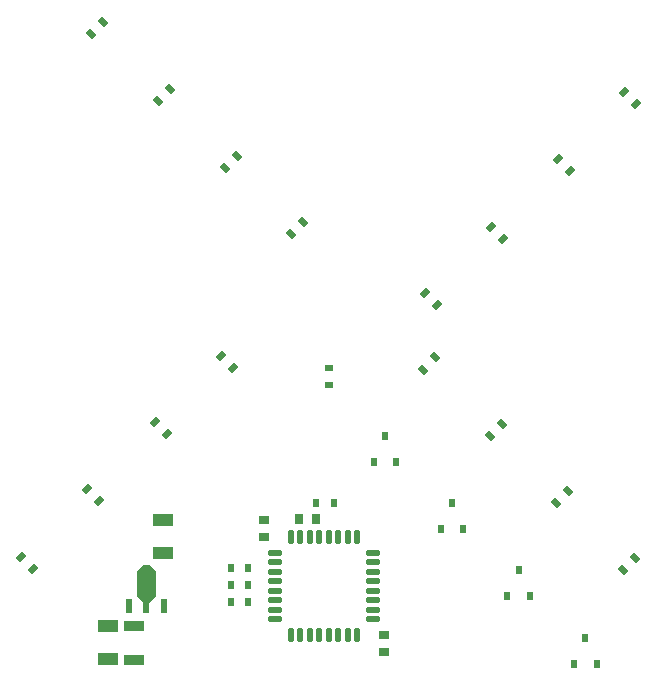
<source format=gbr>
%TF.GenerationSoftware,Altium Limited,Altium Designer,20.1.8 (145)*%
G04 Layer_Color=128*
%FSLAX45Y45*%
%MOMM*%
%TF.SameCoordinates,793C4F5F-A07E-474B-A886-B682DA88F124*%
%TF.FilePolarity,Positive*%
%TF.FileFunction,Paste,Bot*%
%TF.Part,Single*%
G01*
G75*
%TA.AperFunction,SMDPad,CuDef*%
%ADD24R,0.60000X0.80000*%
G04:AMPARAMS|DCode=25|XSize=1.65mm|YSize=0.95mm|CornerRadius=0.00475mm|HoleSize=0mm|Usage=FLASHONLY|Rotation=180.000|XOffset=0mm|YOffset=0mm|HoleType=Round|Shape=RoundedRectangle|*
%AMROUNDEDRECTD25*
21,1,1.65000,0.94050,0,0,180.0*
21,1,1.64050,0.95000,0,0,180.0*
1,1,0.00950,-0.82025,0.47025*
1,1,0.00950,0.82025,0.47025*
1,1,0.00950,0.82025,-0.47025*
1,1,0.00950,-0.82025,-0.47025*
%
%ADD25ROUNDEDRECTD25*%
%ADD26O,1.25000X0.50000*%
%ADD27O,0.50000X1.25000*%
G04:AMPARAMS|DCode=28|XSize=0.75mm|YSize=0.55mm|CornerRadius=0.00275mm|HoleSize=0mm|Usage=FLASHONLY|Rotation=135.000|XOffset=0mm|YOffset=0mm|HoleType=Round|Shape=RoundedRectangle|*
%AMROUNDEDRECTD28*
21,1,0.75000,0.54450,0,0,135.0*
21,1,0.74450,0.55000,0,0,135.0*
1,1,0.00550,-0.07071,0.45573*
1,1,0.00550,0.45573,-0.07071*
1,1,0.00550,0.07071,-0.45573*
1,1,0.00550,-0.45573,0.07071*
%
%ADD28ROUNDEDRECTD28*%
G04:AMPARAMS|DCode=29|XSize=0.75mm|YSize=0.55mm|CornerRadius=0.00275mm|HoleSize=0mm|Usage=FLASHONLY|Rotation=225.000|XOffset=0mm|YOffset=0mm|HoleType=Round|Shape=RoundedRectangle|*
%AMROUNDEDRECTD29*
21,1,0.75000,0.54450,0,0,225.0*
21,1,0.74450,0.55000,0,0,225.0*
1,1,0.00550,-0.45573,-0.07071*
1,1,0.00550,0.07071,0.45573*
1,1,0.00550,0.45573,0.07071*
1,1,0.00550,-0.07071,-0.45573*
%
%ADD29ROUNDEDRECTD29*%
G04:AMPARAMS|DCode=30|XSize=0.5mm|YSize=1.2mm|CornerRadius=0.0025mm|HoleSize=0mm|Usage=FLASHONLY|Rotation=0.000|XOffset=0mm|YOffset=0mm|HoleType=Round|Shape=RoundedRectangle|*
%AMROUNDEDRECTD30*
21,1,0.50000,1.19500,0,0,0.0*
21,1,0.49500,1.20000,0,0,0.0*
1,1,0.00500,0.24750,-0.59750*
1,1,0.00500,-0.24750,-0.59750*
1,1,0.00500,-0.24750,0.59750*
1,1,0.00500,0.24750,0.59750*
%
%ADD30ROUNDEDRECTD30*%
G04:AMPARAMS|DCode=31|XSize=0.5mm|YSize=0.9mm|CornerRadius=0.0025mm|HoleSize=0mm|Usage=FLASHONLY|Rotation=0.000|XOffset=0mm|YOffset=0mm|HoleType=Round|Shape=RoundedRectangle|*
%AMROUNDEDRECTD31*
21,1,0.50000,0.89500,0,0,0.0*
21,1,0.49500,0.90000,0,0,0.0*
1,1,0.00500,0.24750,-0.44750*
1,1,0.00500,-0.24750,-0.44750*
1,1,0.00500,-0.24750,0.44750*
1,1,0.00500,0.24750,0.44750*
%
%ADD31ROUNDEDRECTD31*%
G04:AMPARAMS|DCode=32|XSize=0.75mm|YSize=0.55mm|CornerRadius=0.00275mm|HoleSize=0mm|Usage=FLASHONLY|Rotation=0.000|XOffset=0mm|YOffset=0mm|HoleType=Round|Shape=RoundedRectangle|*
%AMROUNDEDRECTD32*
21,1,0.75000,0.54450,0,0,0.0*
21,1,0.74450,0.55000,0,0,0.0*
1,1,0.00550,0.37225,-0.27225*
1,1,0.00550,-0.37225,-0.27225*
1,1,0.00550,-0.37225,0.27225*
1,1,0.00550,0.37225,0.27225*
%
%ADD32ROUNDEDRECTD32*%
G04:AMPARAMS|DCode=33|XSize=0.75mm|YSize=0.55mm|CornerRadius=0.00275mm|HoleSize=0mm|Usage=FLASHONLY|Rotation=270.000|XOffset=0mm|YOffset=0mm|HoleType=Round|Shape=RoundedRectangle|*
%AMROUNDEDRECTD33*
21,1,0.75000,0.54450,0,0,270.0*
21,1,0.74450,0.55000,0,0,270.0*
1,1,0.00550,-0.27225,-0.37225*
1,1,0.00550,-0.27225,0.37225*
1,1,0.00550,0.27225,0.37225*
1,1,0.00550,0.27225,-0.37225*
%
%ADD33ROUNDEDRECTD33*%
G04:AMPARAMS|DCode=34|XSize=0.85mm|YSize=0.6mm|CornerRadius=0.003mm|HoleSize=0mm|Usage=FLASHONLY|Rotation=0.000|XOffset=0mm|YOffset=0mm|HoleType=Round|Shape=RoundedRectangle|*
%AMROUNDEDRECTD34*
21,1,0.85000,0.59400,0,0,0.0*
21,1,0.84400,0.60000,0,0,0.0*
1,1,0.00600,0.42200,-0.29700*
1,1,0.00600,-0.42200,-0.29700*
1,1,0.00600,-0.42200,0.29700*
1,1,0.00600,0.42200,0.29700*
%
%ADD34ROUNDEDRECTD34*%
G04:AMPARAMS|DCode=35|XSize=0.85mm|YSize=0.6mm|CornerRadius=0.003mm|HoleSize=0mm|Usage=FLASHONLY|Rotation=270.000|XOffset=0mm|YOffset=0mm|HoleType=Round|Shape=RoundedRectangle|*
%AMROUNDEDRECTD35*
21,1,0.85000,0.59400,0,0,270.0*
21,1,0.84400,0.60000,0,0,270.0*
1,1,0.00600,-0.29700,-0.42200*
1,1,0.00600,-0.29700,0.42200*
1,1,0.00600,0.29700,0.42200*
1,1,0.00600,0.29700,-0.42200*
%
%ADD35ROUNDEDRECTD35*%
%ADD36R,1.72000X0.89000*%
G36*
X-1464320Y-2039480D02*
Y-2249480D01*
X-1519949Y-2305109D01*
X-1568691D01*
X-1624320Y-2249480D01*
Y-2039480D01*
X-1569320Y-1984480D01*
X-1519320D01*
X-1464320Y-2039480D01*
D02*
G37*
D24*
X1607254Y-2030479D02*
D03*
X1512254Y-2250479D02*
D03*
X1702254D02*
D03*
X2267939Y-2827800D02*
D03*
X2077939D02*
D03*
X2172939Y-2607800D02*
D03*
X570883Y-1119088D02*
D03*
X380883D02*
D03*
X475883Y-899088D02*
D03*
X1136568Y-1684800D02*
D03*
X946569D02*
D03*
X1041568Y-1464800D02*
D03*
D25*
X-1404620Y-1884680D02*
D03*
Y-1604680D02*
D03*
X-1869440Y-2786680D02*
D03*
Y-2506680D02*
D03*
D26*
X-453140Y-1884080D02*
D03*
Y-1964080D02*
D03*
Y-2044080D02*
D03*
Y-2124080D02*
D03*
Y-2204080D02*
D03*
Y-2284080D02*
D03*
Y-2364080D02*
D03*
Y-2444080D02*
D03*
X371860D02*
D03*
Y-2364080D02*
D03*
Y-2284080D02*
D03*
Y-2204080D02*
D03*
Y-2124080D02*
D03*
Y-2044080D02*
D03*
Y-1964080D02*
D03*
Y-1884080D02*
D03*
D27*
X-320640Y-2576580D02*
D03*
X-240640D02*
D03*
X-160640D02*
D03*
X-80640D02*
D03*
X-640D02*
D03*
X79360D02*
D03*
X159360D02*
D03*
X239360D02*
D03*
Y-1751580D02*
D03*
X159360D02*
D03*
X79360D02*
D03*
X-640D02*
D03*
X-80640D02*
D03*
X-160640D02*
D03*
X-240640D02*
D03*
X-320640D02*
D03*
D28*
X-1914229Y2612051D02*
D03*
X-2016760Y2509520D02*
D03*
X-214969Y915331D02*
D03*
X-317500Y812800D02*
D03*
X-773769Y1474131D02*
D03*
X-876300Y1371600D02*
D03*
X-1345269Y2045631D02*
D03*
X-1447800Y1943100D02*
D03*
X900091Y-230209D02*
D03*
X797560Y-332740D02*
D03*
X1463971Y-796629D02*
D03*
X1361440Y-899160D02*
D03*
X2027851Y-1363049D02*
D03*
X1925320Y-1465580D02*
D03*
X2591731Y-1929469D02*
D03*
X2489200Y-2032000D02*
D03*
D29*
X-2604431Y-1916769D02*
D03*
X-2501900Y-2019300D02*
D03*
X915331Y214969D02*
D03*
X812800Y317500D02*
D03*
X1474131Y773769D02*
D03*
X1371600Y876300D02*
D03*
X2045631Y1345269D02*
D03*
X1943100Y1447800D02*
D03*
X2604431Y1916769D02*
D03*
X2501900Y2019300D02*
D03*
X-915331Y-214969D02*
D03*
X-812800Y-317500D02*
D03*
X-1474131Y-773769D02*
D03*
X-1371600Y-876300D02*
D03*
X-2045631Y-1345269D02*
D03*
X-1943100Y-1447800D02*
D03*
D30*
X-1694320Y-2334480D02*
D03*
X-1394320D02*
D03*
D31*
X-1544320Y-2349480D02*
D03*
D32*
X0Y-465340D02*
D03*
Y-320340D02*
D03*
D33*
X-830690Y-2302510D02*
D03*
X-685690D02*
D03*
X-830690Y-2157110D02*
D03*
X-685690D02*
D03*
X-104140Y-1465580D02*
D03*
X40860D02*
D03*
X-685690Y-2010410D02*
D03*
X-830690D02*
D03*
D34*
X471060Y-2576580D02*
D03*
Y-2721580D02*
D03*
X-551115Y-1750452D02*
D03*
Y-1605452D02*
D03*
D35*
X-104140Y-1595120D02*
D03*
X-249140D02*
D03*
D36*
X-1645920Y-2787680D02*
D03*
Y-2505680D02*
D03*
%TF.MD5,c60fe14b362bae98cb6be331c18db353*%
M02*

</source>
